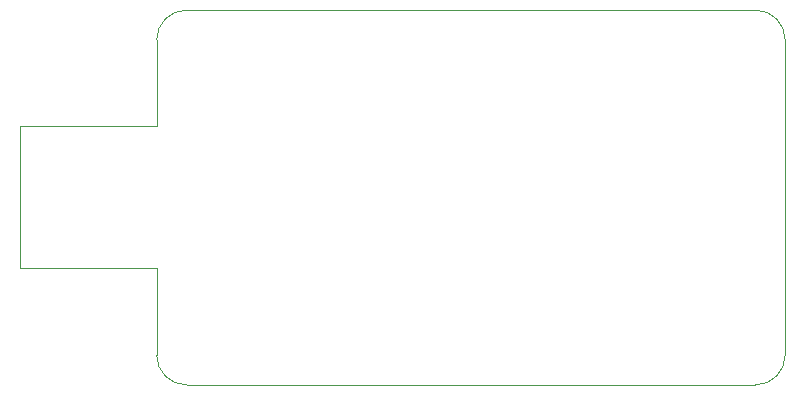
<source format=gbr>
%TF.GenerationSoftware,KiCad,Pcbnew,(6.0.11)*%
%TF.CreationDate,2023-02-10T16:42:00+03:00*%
%TF.ProjectId,QDevTiny,51446576-5469-46e7-992e-6b696361645f,rev?*%
%TF.SameCoordinates,Original*%
%TF.FileFunction,Profile,NP*%
%FSLAX46Y46*%
G04 Gerber Fmt 4.6, Leading zero omitted, Abs format (unit mm)*
G04 Created by KiCad (PCBNEW (6.0.11)) date 2023-02-10 16:42:00*
%MOMM*%
%LPD*%
G01*
G04 APERTURE LIST*
%TA.AperFunction,Profile*%
%ADD10C,0.100000*%
%TD*%
G04 APERTURE END LIST*
D10*
X83296760Y-73025000D02*
X83296760Y-65674480D01*
X85836760Y-43814960D02*
G75*
G03*
X83296760Y-46355000I40J-2540040D01*
G01*
X136525000Y-46355000D02*
X136525000Y-73025000D01*
X85836760Y-43815000D02*
X133985000Y-43815000D01*
X80406240Y-65674480D02*
X83296760Y-65674480D01*
X133985000Y-75565000D02*
X85836760Y-75565000D01*
X83296760Y-53675520D02*
X83296760Y-46355000D01*
X136525000Y-46355000D02*
G75*
G03*
X133985000Y-43815000I-2540000J0D01*
G01*
X83296800Y-73025000D02*
G75*
G03*
X85836760Y-75565000I2540000J0D01*
G01*
X80406240Y-53675520D02*
X83296760Y-53675520D01*
X133985000Y-75565000D02*
G75*
G03*
X136525000Y-73025000I0J2540000D01*
G01*
%TO.C,J1*%
X71709280Y-65674480D02*
X71709280Y-53675520D01*
X80406240Y-65674480D02*
X71709280Y-65674480D01*
X71709280Y-53675520D02*
X80406240Y-53675520D01*
%TD*%
M02*

</source>
